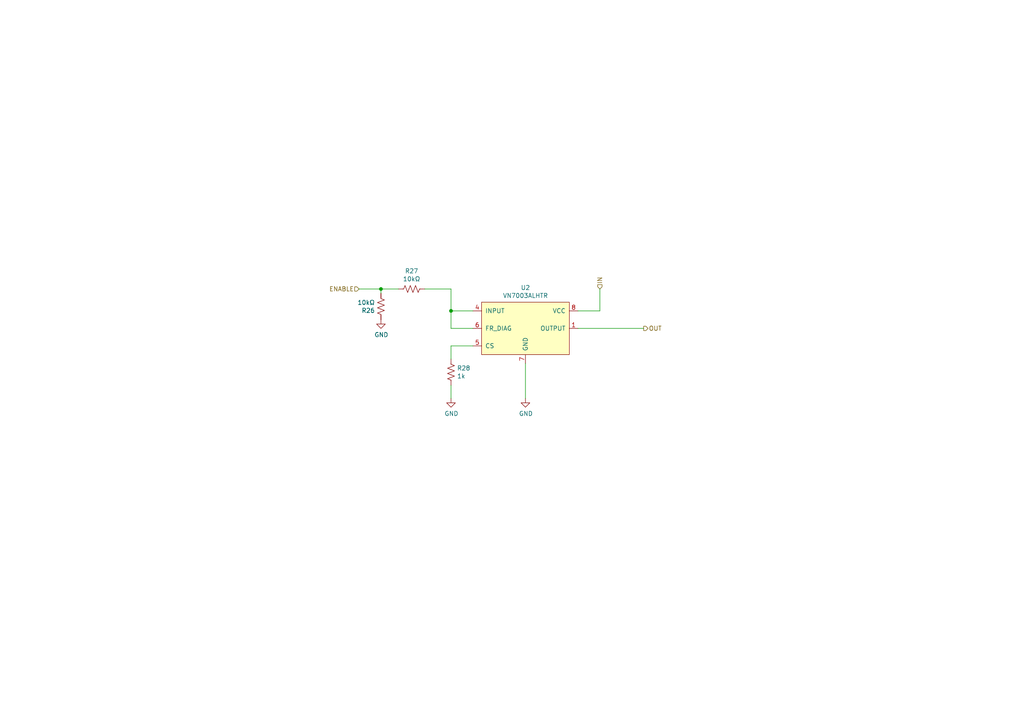
<source format=kicad_sch>
(kicad_sch (version 20211123) (generator eeschema)
  (paper "A4")
  (lib_symbols
    (symbol "Device:R_US" (pin_numbers hide) (pin_names (offset 0))
      (property "Reference" "R" (at 2.54 0 90))
      (property "Value" "R_US" (at -2.54 0 90))
      (symbol "R_US_0_1"
        (polyline (pts (xy 0 -2.286) (xy 0 -2.54)))
        (polyline (pts (xy 0 2.286) (xy 0 2.54)))
        (polyline (pts (xy 0 -0.762) (xy 1.016 -1.143) (xy 0 -1.524) (xy -1.016 -1.905) (xy 0 -2.286)))
        (polyline (pts (xy 0 0.762) (xy 1.016 0.381) (xy 0 0) (xy -1.016 -0.381) (xy 0 -0.762)))
        (polyline (pts (xy 0 2.286) (xy 1.016 1.905) (xy 0 1.524) (xy -1.016 1.143) (xy 0 0.762)))
      )
      (symbol "R_US_1_1"
        (pin passive line (at 0 3.81 270) (length 1.27) (name "~") (number "1"))
        (pin passive line (at 0 -3.81 90) (length 1.27) (name "~") (number "2"))
      )
    )
    (symbol "open_spark_carrier:VN7003ALHTR" (pin_names (offset 1.016))
      (property "Reference" "U" (at 12.7 8.89 0))
      (property "Value" "VN7003ALHTR" (at -12.7 8.89 0))
      (symbol "VN7003ALHTR_0_1"
        (rectangle (start -12.7 7.62) (end 12.7 -7.62) (fill (type background)))
      )
      (symbol "VN7003ALHTR_1_1"
        (pin output line (at 15.24 0 180) (length 2.54) (name "OUTPUT") (number "1"))
        (pin output line (at 15.24 0 180) (length 2.54) hide (name "OUTPUT") (number "2"))
        (pin output line (at 15.24 0 180) (length 2.54) hide (name "OUTPUT") (number "3"))
        (pin input line (at -15.24 5.08 0) (length 2.54) (name "INPUT") (number "4"))
        (pin output line (at -15.24 -5.08 0) (length 2.54) (name "CS") (number "5"))
        (pin input line (at -15.24 0 0) (length 2.54) (name "FR_DIAG") (number "6"))
        (pin power_in line (at 0 -10.16 90) (length 2.54) (name "GND") (number "7"))
        (pin power_in line (at 15.24 5.08 180) (length 2.54) (name "VCC") (number "8"))
      )
    )
    (symbol "power:GND" (power) (pin_names (offset 0))
      (property "Value" "GND" (at 0 -3.81 0))
      (symbol "GND_0_1"
        (polyline (pts (xy 0 0) (xy 0 -1.27) (xy 1.27 -1.27) (xy 0 -2.54) (xy -1.27 -1.27) (xy 0 -1.27)))
      )
      (symbol "GND_1_1"
        (pin power_in line (at 0 0 270) (length 0) hide (name "GND") (number "1"))
      )
    )
  )
  (junction (at 130.81 90.17))
  (junction (at 110.49 83.82))
  (wire (pts (xy 110.49 85.09) (xy 110.49 83.82)))
  (wire (pts (xy 167.64 95.25) (xy 186.69 95.25)))
  (wire (pts (xy 130.81 90.17) (xy 137.16 90.17)))
  (wire (pts (xy 173.99 90.17) (xy 173.99 83.82)))
  (wire (pts (xy 130.81 95.25) (xy 130.81 90.17)))
  (wire (pts (xy 167.64 90.17) (xy 173.99 90.17)))
  (wire (pts (xy 130.81 111.76) (xy 130.81 115.57)))
  (wire (pts (xy 152.4 105.41) (xy 152.4 115.57)))
  (wire (pts (xy 130.81 90.17) (xy 130.81 83.82)))
  (wire (pts (xy 130.81 100.33) (xy 130.81 104.14)))
  (wire (pts (xy 104.14 83.82) (xy 110.49 83.82)))
  (wire (pts (xy 137.16 100.33) (xy 130.81 100.33)))
  (wire (pts (xy 130.81 95.25) (xy 137.16 95.25)))
  (wire (pts (xy 110.49 83.82) (xy 115.57 83.82)))
  (wire (pts (xy 130.81 83.82) (xy 123.19 83.82)))
  (hierarchical_label "ENABLE" (shape input) (at 104.14 83.82 180))
  (hierarchical_label "OUT" (shape output) (at 186.69 95.25 0))
  (hierarchical_label "IN" (shape input) (at 173.99 83.82 90))
  (symbol (lib_id "open_spark_carrier:VN7003ALHTR") (at 152.4 95.25 0) (unit 1)
    (property "Reference" "U2" (at 152.4 83.439 0))
    (property "Value" "VN7003ALHTR" (at 152.4 85.7504 0))
    (property "Footprint" "footprints:OctaPAK_7_1" (effects hide))
    (property "Datasheet" "https://www.st.com/content/ccc/resource/technical/document/datasheet/group3/4b/42/83/65/fb/24/49/03/DM00287604/files/DM00287604.pdf/jcr:content/translations/en.DM00287604.pdf" (effects hide))
    (property "DigiKey" "497-16716-1-ND" (effects hide))
  )
  (symbol (lib_id "Device:R_US") (at 119.38 83.82 270) (unit 1)
    (property "Reference" "R27" (at 119.38 78.613 90))
    (property "Value" "10kΩ" (at 119.38 80.9244 90))
    (property "Footprint" "Resistor_SMD:R_0603_1608Metric_Pad0.98x0.95mm_HandSolder" (effects hide))
  )
  (symbol (lib_id "power:GND") (at 152.4 115.57 0) (unit 1)
    (property "Reference" "#PWR069" (effects hide))
    (property "Value" "GND" (at 152.527 119.9642 0))
  )
  (symbol (lib_id "Device:R_US") (at 130.81 107.95 180) (unit 1)
    (property "Reference" "R28" (at 132.5372 106.7816 0) (effects (justify right)))
    (property "Value" "1k" (at 132.5372 109.093 0) (effects (justify right)))
    (property "Footprint" "Resistor_SMD:R_0603_1608Metric_Pad0.98x0.95mm_HandSolder" (effects hide))
  )
  (symbol (lib_id "power:GND") (at 130.81 115.57 0) (unit 1)
    (property "Reference" "#PWR068" (effects hide))
    (property "Value" "GND" (at 130.937 119.9642 0))
  )
  (symbol (lib_id "Device:R_US") (at 110.49 88.9 0) (unit 1)
    (property "Reference" "R26" (at 108.7628 90.0684 0) (effects (justify right)))
    (property "Value" "10kΩ" (at 108.7628 87.757 0) (effects (justify right)))
    (property "Footprint" "Resistor_SMD:R_0603_1608Metric_Pad0.98x0.95mm_HandSolder" (effects hide))
  )
  (symbol (lib_id "power:GND") (at 110.49 92.71 0) (unit 1)
    (property "Reference" "#PWR067" (effects hide))
    (property "Value" "GND" (at 110.617 97.1042 0))
  )
)
</source>
